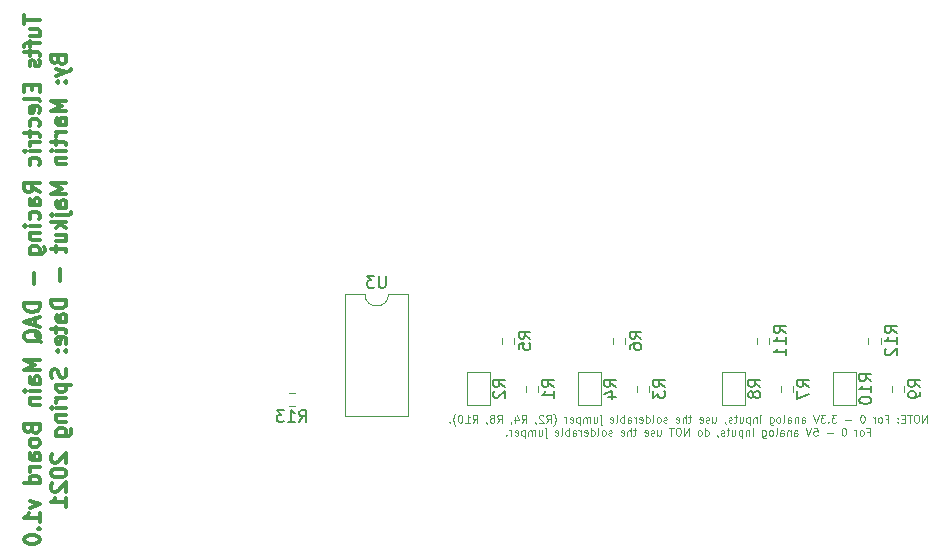
<source format=gbo>
%TF.GenerationSoftware,KiCad,Pcbnew,(5.1.9)-1*%
%TF.CreationDate,2022-01-24T01:27:23-08:00*%
%TF.ProjectId,MAIN_daq,4d41494e-5f64-4617-912e-6b696361645f,v1.0*%
%TF.SameCoordinates,Original*%
%TF.FileFunction,Legend,Bot*%
%TF.FilePolarity,Positive*%
%FSLAX46Y46*%
G04 Gerber Fmt 4.6, Leading zero omitted, Abs format (unit mm)*
G04 Created by KiCad (PCBNEW (5.1.9)-1) date 2022-01-24 01:27:23*
%MOMM*%
%LPD*%
G01*
G04 APERTURE LIST*
%ADD10C,0.125000*%
%ADD11C,0.300000*%
%ADD12C,0.120000*%
%ADD13C,0.150000*%
G04 APERTURE END LIST*
D10*
X147958928Y-117544047D02*
X147958928Y-116894047D01*
X147587500Y-117544047D01*
X147587500Y-116894047D01*
X147154166Y-116894047D02*
X147030357Y-116894047D01*
X146968452Y-116925000D01*
X146906547Y-116986904D01*
X146875595Y-117110714D01*
X146875595Y-117327380D01*
X146906547Y-117451190D01*
X146968452Y-117513095D01*
X147030357Y-117544047D01*
X147154166Y-117544047D01*
X147216071Y-117513095D01*
X147277976Y-117451190D01*
X147308928Y-117327380D01*
X147308928Y-117110714D01*
X147277976Y-116986904D01*
X147216071Y-116925000D01*
X147154166Y-116894047D01*
X146689880Y-116894047D02*
X146318452Y-116894047D01*
X146504166Y-117544047D02*
X146504166Y-116894047D01*
X146101785Y-117203571D02*
X145885119Y-117203571D01*
X145792261Y-117544047D02*
X146101785Y-117544047D01*
X146101785Y-116894047D01*
X145792261Y-116894047D01*
X145513690Y-117482142D02*
X145482738Y-117513095D01*
X145513690Y-117544047D01*
X145544642Y-117513095D01*
X145513690Y-117482142D01*
X145513690Y-117544047D01*
X145513690Y-117141666D02*
X145482738Y-117172619D01*
X145513690Y-117203571D01*
X145544642Y-117172619D01*
X145513690Y-117141666D01*
X145513690Y-117203571D01*
X144492261Y-117203571D02*
X144708928Y-117203571D01*
X144708928Y-117544047D02*
X144708928Y-116894047D01*
X144399404Y-116894047D01*
X144058928Y-117544047D02*
X144120833Y-117513095D01*
X144151785Y-117482142D01*
X144182738Y-117420238D01*
X144182738Y-117234523D01*
X144151785Y-117172619D01*
X144120833Y-117141666D01*
X144058928Y-117110714D01*
X143966071Y-117110714D01*
X143904166Y-117141666D01*
X143873214Y-117172619D01*
X143842261Y-117234523D01*
X143842261Y-117420238D01*
X143873214Y-117482142D01*
X143904166Y-117513095D01*
X143966071Y-117544047D01*
X144058928Y-117544047D01*
X143563690Y-117544047D02*
X143563690Y-117110714D01*
X143563690Y-117234523D02*
X143532738Y-117172619D01*
X143501785Y-117141666D01*
X143439880Y-117110714D01*
X143377976Y-117110714D01*
X142542261Y-116894047D02*
X142480357Y-116894047D01*
X142418452Y-116925000D01*
X142387499Y-116955952D01*
X142356547Y-117017857D01*
X142325595Y-117141666D01*
X142325595Y-117296428D01*
X142356547Y-117420238D01*
X142387499Y-117482142D01*
X142418452Y-117513095D01*
X142480357Y-117544047D01*
X142542261Y-117544047D01*
X142604166Y-117513095D01*
X142635119Y-117482142D01*
X142666071Y-117420238D01*
X142697023Y-117296428D01*
X142697023Y-117141666D01*
X142666071Y-117017857D01*
X142635119Y-116955952D01*
X142604166Y-116925000D01*
X142542261Y-116894047D01*
X141551785Y-117296428D02*
X141056547Y-117296428D01*
X140313690Y-116894047D02*
X139911309Y-116894047D01*
X140127976Y-117141666D01*
X140035119Y-117141666D01*
X139973214Y-117172619D01*
X139942261Y-117203571D01*
X139911309Y-117265476D01*
X139911309Y-117420238D01*
X139942261Y-117482142D01*
X139973214Y-117513095D01*
X140035119Y-117544047D01*
X140220833Y-117544047D01*
X140282738Y-117513095D01*
X140313690Y-117482142D01*
X139632738Y-117482142D02*
X139601785Y-117513095D01*
X139632738Y-117544047D01*
X139663690Y-117513095D01*
X139632738Y-117482142D01*
X139632738Y-117544047D01*
X139385119Y-116894047D02*
X138982738Y-116894047D01*
X139199404Y-117141666D01*
X139106547Y-117141666D01*
X139044642Y-117172619D01*
X139013690Y-117203571D01*
X138982738Y-117265476D01*
X138982738Y-117420238D01*
X139013690Y-117482142D01*
X139044642Y-117513095D01*
X139106547Y-117544047D01*
X139292261Y-117544047D01*
X139354166Y-117513095D01*
X139385119Y-117482142D01*
X138797023Y-116894047D02*
X138580357Y-117544047D01*
X138363690Y-116894047D01*
X137373214Y-117544047D02*
X137373214Y-117203571D01*
X137404166Y-117141666D01*
X137466071Y-117110714D01*
X137589880Y-117110714D01*
X137651785Y-117141666D01*
X137373214Y-117513095D02*
X137435119Y-117544047D01*
X137589880Y-117544047D01*
X137651785Y-117513095D01*
X137682738Y-117451190D01*
X137682738Y-117389285D01*
X137651785Y-117327380D01*
X137589880Y-117296428D01*
X137435119Y-117296428D01*
X137373214Y-117265476D01*
X137063690Y-117110714D02*
X137063690Y-117544047D01*
X137063690Y-117172619D02*
X137032738Y-117141666D01*
X136970833Y-117110714D01*
X136877976Y-117110714D01*
X136816071Y-117141666D01*
X136785119Y-117203571D01*
X136785119Y-117544047D01*
X136197023Y-117544047D02*
X136197023Y-117203571D01*
X136227976Y-117141666D01*
X136289880Y-117110714D01*
X136413690Y-117110714D01*
X136475595Y-117141666D01*
X136197023Y-117513095D02*
X136258928Y-117544047D01*
X136413690Y-117544047D01*
X136475595Y-117513095D01*
X136506547Y-117451190D01*
X136506547Y-117389285D01*
X136475595Y-117327380D01*
X136413690Y-117296428D01*
X136258928Y-117296428D01*
X136197023Y-117265476D01*
X135794642Y-117544047D02*
X135856547Y-117513095D01*
X135887499Y-117451190D01*
X135887499Y-116894047D01*
X135454166Y-117544047D02*
X135516071Y-117513095D01*
X135547023Y-117482142D01*
X135577976Y-117420238D01*
X135577976Y-117234523D01*
X135547023Y-117172619D01*
X135516071Y-117141666D01*
X135454166Y-117110714D01*
X135361309Y-117110714D01*
X135299404Y-117141666D01*
X135268452Y-117172619D01*
X135237499Y-117234523D01*
X135237499Y-117420238D01*
X135268452Y-117482142D01*
X135299404Y-117513095D01*
X135361309Y-117544047D01*
X135454166Y-117544047D01*
X134680357Y-117110714D02*
X134680357Y-117636904D01*
X134711309Y-117698809D01*
X134742261Y-117729761D01*
X134804166Y-117760714D01*
X134897023Y-117760714D01*
X134958928Y-117729761D01*
X134680357Y-117513095D02*
X134742261Y-117544047D01*
X134866071Y-117544047D01*
X134927976Y-117513095D01*
X134958928Y-117482142D01*
X134989880Y-117420238D01*
X134989880Y-117234523D01*
X134958928Y-117172619D01*
X134927976Y-117141666D01*
X134866071Y-117110714D01*
X134742261Y-117110714D01*
X134680357Y-117141666D01*
X133875595Y-117544047D02*
X133875595Y-117110714D01*
X133875595Y-116894047D02*
X133906547Y-116925000D01*
X133875595Y-116955952D01*
X133844642Y-116925000D01*
X133875595Y-116894047D01*
X133875595Y-116955952D01*
X133566071Y-117110714D02*
X133566071Y-117544047D01*
X133566071Y-117172619D02*
X133535119Y-117141666D01*
X133473214Y-117110714D01*
X133380357Y-117110714D01*
X133318452Y-117141666D01*
X133287499Y-117203571D01*
X133287499Y-117544047D01*
X132977976Y-117110714D02*
X132977976Y-117760714D01*
X132977976Y-117141666D02*
X132916071Y-117110714D01*
X132792261Y-117110714D01*
X132730357Y-117141666D01*
X132699404Y-117172619D01*
X132668452Y-117234523D01*
X132668452Y-117420238D01*
X132699404Y-117482142D01*
X132730357Y-117513095D01*
X132792261Y-117544047D01*
X132916071Y-117544047D01*
X132977976Y-117513095D01*
X132111309Y-117110714D02*
X132111309Y-117544047D01*
X132389880Y-117110714D02*
X132389880Y-117451190D01*
X132358928Y-117513095D01*
X132297023Y-117544047D01*
X132204166Y-117544047D01*
X132142261Y-117513095D01*
X132111309Y-117482142D01*
X131894642Y-117110714D02*
X131647023Y-117110714D01*
X131801785Y-116894047D02*
X131801785Y-117451190D01*
X131770833Y-117513095D01*
X131708928Y-117544047D01*
X131647023Y-117544047D01*
X131461309Y-117513095D02*
X131399404Y-117544047D01*
X131275595Y-117544047D01*
X131213690Y-117513095D01*
X131182738Y-117451190D01*
X131182738Y-117420238D01*
X131213690Y-117358333D01*
X131275595Y-117327380D01*
X131368452Y-117327380D01*
X131430357Y-117296428D01*
X131461309Y-117234523D01*
X131461309Y-117203571D01*
X131430357Y-117141666D01*
X131368452Y-117110714D01*
X131275595Y-117110714D01*
X131213690Y-117141666D01*
X130873214Y-117513095D02*
X130873214Y-117544047D01*
X130904166Y-117605952D01*
X130935119Y-117636904D01*
X129820833Y-117110714D02*
X129820833Y-117544047D01*
X130099404Y-117110714D02*
X130099404Y-117451190D01*
X130068452Y-117513095D01*
X130006547Y-117544047D01*
X129913690Y-117544047D01*
X129851785Y-117513095D01*
X129820833Y-117482142D01*
X129542261Y-117513095D02*
X129480357Y-117544047D01*
X129356547Y-117544047D01*
X129294642Y-117513095D01*
X129263690Y-117451190D01*
X129263690Y-117420238D01*
X129294642Y-117358333D01*
X129356547Y-117327380D01*
X129449404Y-117327380D01*
X129511309Y-117296428D01*
X129542261Y-117234523D01*
X129542261Y-117203571D01*
X129511309Y-117141666D01*
X129449404Y-117110714D01*
X129356547Y-117110714D01*
X129294642Y-117141666D01*
X128737499Y-117513095D02*
X128799404Y-117544047D01*
X128923214Y-117544047D01*
X128985119Y-117513095D01*
X129016071Y-117451190D01*
X129016071Y-117203571D01*
X128985119Y-117141666D01*
X128923214Y-117110714D01*
X128799404Y-117110714D01*
X128737499Y-117141666D01*
X128706547Y-117203571D01*
X128706547Y-117265476D01*
X129016071Y-117327380D01*
X128025595Y-117110714D02*
X127777976Y-117110714D01*
X127932738Y-116894047D02*
X127932738Y-117451190D01*
X127901785Y-117513095D01*
X127839880Y-117544047D01*
X127777976Y-117544047D01*
X127561309Y-117544047D02*
X127561309Y-116894047D01*
X127282738Y-117544047D02*
X127282738Y-117203571D01*
X127313690Y-117141666D01*
X127375595Y-117110714D01*
X127468452Y-117110714D01*
X127530357Y-117141666D01*
X127561309Y-117172619D01*
X126725595Y-117513095D02*
X126787499Y-117544047D01*
X126911309Y-117544047D01*
X126973214Y-117513095D01*
X127004166Y-117451190D01*
X127004166Y-117203571D01*
X126973214Y-117141666D01*
X126911309Y-117110714D01*
X126787499Y-117110714D01*
X126725595Y-117141666D01*
X126694642Y-117203571D01*
X126694642Y-117265476D01*
X127004166Y-117327380D01*
X125951785Y-117513095D02*
X125889880Y-117544047D01*
X125766071Y-117544047D01*
X125704166Y-117513095D01*
X125673214Y-117451190D01*
X125673214Y-117420238D01*
X125704166Y-117358333D01*
X125766071Y-117327380D01*
X125858928Y-117327380D01*
X125920833Y-117296428D01*
X125951785Y-117234523D01*
X125951785Y-117203571D01*
X125920833Y-117141666D01*
X125858928Y-117110714D01*
X125766071Y-117110714D01*
X125704166Y-117141666D01*
X125301785Y-117544047D02*
X125363690Y-117513095D01*
X125394642Y-117482142D01*
X125425595Y-117420238D01*
X125425595Y-117234523D01*
X125394642Y-117172619D01*
X125363690Y-117141666D01*
X125301785Y-117110714D01*
X125208928Y-117110714D01*
X125147023Y-117141666D01*
X125116071Y-117172619D01*
X125085119Y-117234523D01*
X125085119Y-117420238D01*
X125116071Y-117482142D01*
X125147023Y-117513095D01*
X125208928Y-117544047D01*
X125301785Y-117544047D01*
X124713690Y-117544047D02*
X124775595Y-117513095D01*
X124806547Y-117451190D01*
X124806547Y-116894047D01*
X124187499Y-117544047D02*
X124187499Y-116894047D01*
X124187499Y-117513095D02*
X124249404Y-117544047D01*
X124373214Y-117544047D01*
X124435119Y-117513095D01*
X124466071Y-117482142D01*
X124497023Y-117420238D01*
X124497023Y-117234523D01*
X124466071Y-117172619D01*
X124435119Y-117141666D01*
X124373214Y-117110714D01*
X124249404Y-117110714D01*
X124187499Y-117141666D01*
X123630357Y-117513095D02*
X123692261Y-117544047D01*
X123816071Y-117544047D01*
X123877976Y-117513095D01*
X123908928Y-117451190D01*
X123908928Y-117203571D01*
X123877976Y-117141666D01*
X123816071Y-117110714D01*
X123692261Y-117110714D01*
X123630357Y-117141666D01*
X123599404Y-117203571D01*
X123599404Y-117265476D01*
X123908928Y-117327380D01*
X123320833Y-117544047D02*
X123320833Y-117110714D01*
X123320833Y-117234523D02*
X123289880Y-117172619D01*
X123258928Y-117141666D01*
X123197023Y-117110714D01*
X123135119Y-117110714D01*
X122639880Y-117544047D02*
X122639880Y-117203571D01*
X122670833Y-117141666D01*
X122732738Y-117110714D01*
X122856547Y-117110714D01*
X122918452Y-117141666D01*
X122639880Y-117513095D02*
X122701785Y-117544047D01*
X122856547Y-117544047D01*
X122918452Y-117513095D01*
X122949404Y-117451190D01*
X122949404Y-117389285D01*
X122918452Y-117327380D01*
X122856547Y-117296428D01*
X122701785Y-117296428D01*
X122639880Y-117265476D01*
X122330357Y-117544047D02*
X122330357Y-116894047D01*
X122330357Y-117141666D02*
X122268452Y-117110714D01*
X122144642Y-117110714D01*
X122082738Y-117141666D01*
X122051785Y-117172619D01*
X122020833Y-117234523D01*
X122020833Y-117420238D01*
X122051785Y-117482142D01*
X122082738Y-117513095D01*
X122144642Y-117544047D01*
X122268452Y-117544047D01*
X122330357Y-117513095D01*
X121649404Y-117544047D02*
X121711309Y-117513095D01*
X121742261Y-117451190D01*
X121742261Y-116894047D01*
X121154166Y-117513095D02*
X121216071Y-117544047D01*
X121339880Y-117544047D01*
X121401785Y-117513095D01*
X121432738Y-117451190D01*
X121432738Y-117203571D01*
X121401785Y-117141666D01*
X121339880Y-117110714D01*
X121216071Y-117110714D01*
X121154166Y-117141666D01*
X121123214Y-117203571D01*
X121123214Y-117265476D01*
X121432738Y-117327380D01*
X120349404Y-117110714D02*
X120349404Y-117667857D01*
X120380357Y-117729761D01*
X120442261Y-117760714D01*
X120473214Y-117760714D01*
X120349404Y-116894047D02*
X120380357Y-116925000D01*
X120349404Y-116955952D01*
X120318452Y-116925000D01*
X120349404Y-116894047D01*
X120349404Y-116955952D01*
X119761309Y-117110714D02*
X119761309Y-117544047D01*
X120039880Y-117110714D02*
X120039880Y-117451190D01*
X120008928Y-117513095D01*
X119947023Y-117544047D01*
X119854166Y-117544047D01*
X119792261Y-117513095D01*
X119761309Y-117482142D01*
X119451785Y-117544047D02*
X119451785Y-117110714D01*
X119451785Y-117172619D02*
X119420833Y-117141666D01*
X119358928Y-117110714D01*
X119266071Y-117110714D01*
X119204166Y-117141666D01*
X119173214Y-117203571D01*
X119173214Y-117544047D01*
X119173214Y-117203571D02*
X119142261Y-117141666D01*
X119080357Y-117110714D01*
X118987499Y-117110714D01*
X118925595Y-117141666D01*
X118894642Y-117203571D01*
X118894642Y-117544047D01*
X118585119Y-117110714D02*
X118585119Y-117760714D01*
X118585119Y-117141666D02*
X118523214Y-117110714D01*
X118399404Y-117110714D01*
X118337499Y-117141666D01*
X118306547Y-117172619D01*
X118275595Y-117234523D01*
X118275595Y-117420238D01*
X118306547Y-117482142D01*
X118337499Y-117513095D01*
X118399404Y-117544047D01*
X118523214Y-117544047D01*
X118585119Y-117513095D01*
X117749404Y-117513095D02*
X117811309Y-117544047D01*
X117935119Y-117544047D01*
X117997023Y-117513095D01*
X118027976Y-117451190D01*
X118027976Y-117203571D01*
X117997023Y-117141666D01*
X117935119Y-117110714D01*
X117811309Y-117110714D01*
X117749404Y-117141666D01*
X117718452Y-117203571D01*
X117718452Y-117265476D01*
X118027976Y-117327380D01*
X117439880Y-117544047D02*
X117439880Y-117110714D01*
X117439880Y-117234523D02*
X117408928Y-117172619D01*
X117377976Y-117141666D01*
X117316071Y-117110714D01*
X117254166Y-117110714D01*
X116356547Y-117791666D02*
X116387499Y-117760714D01*
X116449404Y-117667857D01*
X116480357Y-117605952D01*
X116511309Y-117513095D01*
X116542261Y-117358333D01*
X116542261Y-117234523D01*
X116511309Y-117079761D01*
X116480357Y-116986904D01*
X116449404Y-116925000D01*
X116387499Y-116832142D01*
X116356547Y-116801190D01*
X115737499Y-117544047D02*
X115954166Y-117234523D01*
X116108928Y-117544047D02*
X116108928Y-116894047D01*
X115861309Y-116894047D01*
X115799404Y-116925000D01*
X115768452Y-116955952D01*
X115737499Y-117017857D01*
X115737499Y-117110714D01*
X115768452Y-117172619D01*
X115799404Y-117203571D01*
X115861309Y-117234523D01*
X116108928Y-117234523D01*
X115489880Y-116955952D02*
X115458928Y-116925000D01*
X115397023Y-116894047D01*
X115242261Y-116894047D01*
X115180357Y-116925000D01*
X115149404Y-116955952D01*
X115118452Y-117017857D01*
X115118452Y-117079761D01*
X115149404Y-117172619D01*
X115520833Y-117544047D01*
X115118452Y-117544047D01*
X114808928Y-117513095D02*
X114808928Y-117544047D01*
X114839880Y-117605952D01*
X114870833Y-117636904D01*
X113663690Y-117544047D02*
X113880357Y-117234523D01*
X114035119Y-117544047D02*
X114035119Y-116894047D01*
X113787499Y-116894047D01*
X113725595Y-116925000D01*
X113694642Y-116955952D01*
X113663690Y-117017857D01*
X113663690Y-117110714D01*
X113694642Y-117172619D01*
X113725595Y-117203571D01*
X113787499Y-117234523D01*
X114035119Y-117234523D01*
X113106547Y-117110714D02*
X113106547Y-117544047D01*
X113261309Y-116863095D02*
X113416071Y-117327380D01*
X113013690Y-117327380D01*
X112735119Y-117513095D02*
X112735119Y-117544047D01*
X112766071Y-117605952D01*
X112797023Y-117636904D01*
X111589880Y-117544047D02*
X111806547Y-117234523D01*
X111961309Y-117544047D02*
X111961309Y-116894047D01*
X111713690Y-116894047D01*
X111651785Y-116925000D01*
X111620833Y-116955952D01*
X111589880Y-117017857D01*
X111589880Y-117110714D01*
X111620833Y-117172619D01*
X111651785Y-117203571D01*
X111713690Y-117234523D01*
X111961309Y-117234523D01*
X111218452Y-117172619D02*
X111280357Y-117141666D01*
X111311309Y-117110714D01*
X111342261Y-117048809D01*
X111342261Y-117017857D01*
X111311309Y-116955952D01*
X111280357Y-116925000D01*
X111218452Y-116894047D01*
X111094642Y-116894047D01*
X111032738Y-116925000D01*
X111001785Y-116955952D01*
X110970833Y-117017857D01*
X110970833Y-117048809D01*
X111001785Y-117110714D01*
X111032738Y-117141666D01*
X111094642Y-117172619D01*
X111218452Y-117172619D01*
X111280357Y-117203571D01*
X111311309Y-117234523D01*
X111342261Y-117296428D01*
X111342261Y-117420238D01*
X111311309Y-117482142D01*
X111280357Y-117513095D01*
X111218452Y-117544047D01*
X111094642Y-117544047D01*
X111032738Y-117513095D01*
X111001785Y-117482142D01*
X110970833Y-117420238D01*
X110970833Y-117296428D01*
X111001785Y-117234523D01*
X111032738Y-117203571D01*
X111094642Y-117172619D01*
X110661309Y-117513095D02*
X110661309Y-117544047D01*
X110692261Y-117605952D01*
X110723214Y-117636904D01*
X109516071Y-117544047D02*
X109732738Y-117234523D01*
X109887499Y-117544047D02*
X109887499Y-116894047D01*
X109639880Y-116894047D01*
X109577976Y-116925000D01*
X109547023Y-116955952D01*
X109516071Y-117017857D01*
X109516071Y-117110714D01*
X109547023Y-117172619D01*
X109577976Y-117203571D01*
X109639880Y-117234523D01*
X109887499Y-117234523D01*
X108897023Y-117544047D02*
X109268452Y-117544047D01*
X109082738Y-117544047D02*
X109082738Y-116894047D01*
X109144642Y-116986904D01*
X109206547Y-117048809D01*
X109268452Y-117079761D01*
X108494642Y-116894047D02*
X108432738Y-116894047D01*
X108370833Y-116925000D01*
X108339880Y-116955952D01*
X108308928Y-117017857D01*
X108277976Y-117141666D01*
X108277976Y-117296428D01*
X108308928Y-117420238D01*
X108339880Y-117482142D01*
X108370833Y-117513095D01*
X108432738Y-117544047D01*
X108494642Y-117544047D01*
X108556547Y-117513095D01*
X108587499Y-117482142D01*
X108618452Y-117420238D01*
X108649404Y-117296428D01*
X108649404Y-117141666D01*
X108618452Y-117017857D01*
X108587499Y-116955952D01*
X108556547Y-116925000D01*
X108494642Y-116894047D01*
X108061309Y-117791666D02*
X108030357Y-117760714D01*
X107968452Y-117667857D01*
X107937499Y-117605952D01*
X107906547Y-117513095D01*
X107875595Y-117358333D01*
X107875595Y-117234523D01*
X107906547Y-117079761D01*
X107937499Y-116986904D01*
X107968452Y-116925000D01*
X108030357Y-116832142D01*
X108061309Y-116801190D01*
X107566071Y-117482142D02*
X107535119Y-117513095D01*
X107566071Y-117544047D01*
X107597023Y-117513095D01*
X107566071Y-117482142D01*
X107566071Y-117544047D01*
X142929166Y-118303571D02*
X143145833Y-118303571D01*
X143145833Y-118644047D02*
X143145833Y-117994047D01*
X142836309Y-117994047D01*
X142495833Y-118644047D02*
X142557738Y-118613095D01*
X142588690Y-118582142D01*
X142619642Y-118520238D01*
X142619642Y-118334523D01*
X142588690Y-118272619D01*
X142557738Y-118241666D01*
X142495833Y-118210714D01*
X142402976Y-118210714D01*
X142341071Y-118241666D01*
X142310119Y-118272619D01*
X142279166Y-118334523D01*
X142279166Y-118520238D01*
X142310119Y-118582142D01*
X142341071Y-118613095D01*
X142402976Y-118644047D01*
X142495833Y-118644047D01*
X142000595Y-118644047D02*
X142000595Y-118210714D01*
X142000595Y-118334523D02*
X141969642Y-118272619D01*
X141938690Y-118241666D01*
X141876785Y-118210714D01*
X141814880Y-118210714D01*
X140979166Y-117994047D02*
X140917261Y-117994047D01*
X140855357Y-118025000D01*
X140824404Y-118055952D01*
X140793452Y-118117857D01*
X140762500Y-118241666D01*
X140762500Y-118396428D01*
X140793452Y-118520238D01*
X140824404Y-118582142D01*
X140855357Y-118613095D01*
X140917261Y-118644047D01*
X140979166Y-118644047D01*
X141041071Y-118613095D01*
X141072023Y-118582142D01*
X141102976Y-118520238D01*
X141133928Y-118396428D01*
X141133928Y-118241666D01*
X141102976Y-118117857D01*
X141072023Y-118055952D01*
X141041071Y-118025000D01*
X140979166Y-117994047D01*
X139988690Y-118396428D02*
X139493452Y-118396428D01*
X138379166Y-117994047D02*
X138688690Y-117994047D01*
X138719642Y-118303571D01*
X138688690Y-118272619D01*
X138626785Y-118241666D01*
X138472023Y-118241666D01*
X138410119Y-118272619D01*
X138379166Y-118303571D01*
X138348214Y-118365476D01*
X138348214Y-118520238D01*
X138379166Y-118582142D01*
X138410119Y-118613095D01*
X138472023Y-118644047D01*
X138626785Y-118644047D01*
X138688690Y-118613095D01*
X138719642Y-118582142D01*
X138162500Y-117994047D02*
X137945833Y-118644047D01*
X137729166Y-117994047D01*
X136738690Y-118644047D02*
X136738690Y-118303571D01*
X136769642Y-118241666D01*
X136831547Y-118210714D01*
X136955357Y-118210714D01*
X137017261Y-118241666D01*
X136738690Y-118613095D02*
X136800595Y-118644047D01*
X136955357Y-118644047D01*
X137017261Y-118613095D01*
X137048214Y-118551190D01*
X137048214Y-118489285D01*
X137017261Y-118427380D01*
X136955357Y-118396428D01*
X136800595Y-118396428D01*
X136738690Y-118365476D01*
X136429166Y-118210714D02*
X136429166Y-118644047D01*
X136429166Y-118272619D02*
X136398214Y-118241666D01*
X136336309Y-118210714D01*
X136243452Y-118210714D01*
X136181547Y-118241666D01*
X136150595Y-118303571D01*
X136150595Y-118644047D01*
X135562500Y-118644047D02*
X135562500Y-118303571D01*
X135593452Y-118241666D01*
X135655357Y-118210714D01*
X135779166Y-118210714D01*
X135841071Y-118241666D01*
X135562500Y-118613095D02*
X135624404Y-118644047D01*
X135779166Y-118644047D01*
X135841071Y-118613095D01*
X135872023Y-118551190D01*
X135872023Y-118489285D01*
X135841071Y-118427380D01*
X135779166Y-118396428D01*
X135624404Y-118396428D01*
X135562500Y-118365476D01*
X135160119Y-118644047D02*
X135222023Y-118613095D01*
X135252976Y-118551190D01*
X135252976Y-117994047D01*
X134819642Y-118644047D02*
X134881547Y-118613095D01*
X134912500Y-118582142D01*
X134943452Y-118520238D01*
X134943452Y-118334523D01*
X134912500Y-118272619D01*
X134881547Y-118241666D01*
X134819642Y-118210714D01*
X134726785Y-118210714D01*
X134664880Y-118241666D01*
X134633928Y-118272619D01*
X134602976Y-118334523D01*
X134602976Y-118520238D01*
X134633928Y-118582142D01*
X134664880Y-118613095D01*
X134726785Y-118644047D01*
X134819642Y-118644047D01*
X134045833Y-118210714D02*
X134045833Y-118736904D01*
X134076785Y-118798809D01*
X134107738Y-118829761D01*
X134169642Y-118860714D01*
X134262499Y-118860714D01*
X134324404Y-118829761D01*
X134045833Y-118613095D02*
X134107738Y-118644047D01*
X134231547Y-118644047D01*
X134293452Y-118613095D01*
X134324404Y-118582142D01*
X134355357Y-118520238D01*
X134355357Y-118334523D01*
X134324404Y-118272619D01*
X134293452Y-118241666D01*
X134231547Y-118210714D01*
X134107738Y-118210714D01*
X134045833Y-118241666D01*
X133241071Y-118644047D02*
X133241071Y-118210714D01*
X133241071Y-117994047D02*
X133272023Y-118025000D01*
X133241071Y-118055952D01*
X133210119Y-118025000D01*
X133241071Y-117994047D01*
X133241071Y-118055952D01*
X132931547Y-118210714D02*
X132931547Y-118644047D01*
X132931547Y-118272619D02*
X132900595Y-118241666D01*
X132838690Y-118210714D01*
X132745833Y-118210714D01*
X132683928Y-118241666D01*
X132652976Y-118303571D01*
X132652976Y-118644047D01*
X132343452Y-118210714D02*
X132343452Y-118860714D01*
X132343452Y-118241666D02*
X132281547Y-118210714D01*
X132157738Y-118210714D01*
X132095833Y-118241666D01*
X132064880Y-118272619D01*
X132033928Y-118334523D01*
X132033928Y-118520238D01*
X132064880Y-118582142D01*
X132095833Y-118613095D01*
X132157738Y-118644047D01*
X132281547Y-118644047D01*
X132343452Y-118613095D01*
X131476785Y-118210714D02*
X131476785Y-118644047D01*
X131755357Y-118210714D02*
X131755357Y-118551190D01*
X131724404Y-118613095D01*
X131662499Y-118644047D01*
X131569642Y-118644047D01*
X131507738Y-118613095D01*
X131476785Y-118582142D01*
X131260119Y-118210714D02*
X131012499Y-118210714D01*
X131167261Y-117994047D02*
X131167261Y-118551190D01*
X131136309Y-118613095D01*
X131074404Y-118644047D01*
X131012499Y-118644047D01*
X130826785Y-118613095D02*
X130764880Y-118644047D01*
X130641071Y-118644047D01*
X130579166Y-118613095D01*
X130548214Y-118551190D01*
X130548214Y-118520238D01*
X130579166Y-118458333D01*
X130641071Y-118427380D01*
X130733928Y-118427380D01*
X130795833Y-118396428D01*
X130826785Y-118334523D01*
X130826785Y-118303571D01*
X130795833Y-118241666D01*
X130733928Y-118210714D01*
X130641071Y-118210714D01*
X130579166Y-118241666D01*
X130238690Y-118613095D02*
X130238690Y-118644047D01*
X130269642Y-118705952D01*
X130300595Y-118736904D01*
X129186309Y-118644047D02*
X129186309Y-117994047D01*
X129186309Y-118613095D02*
X129248214Y-118644047D01*
X129372023Y-118644047D01*
X129433928Y-118613095D01*
X129464880Y-118582142D01*
X129495833Y-118520238D01*
X129495833Y-118334523D01*
X129464880Y-118272619D01*
X129433928Y-118241666D01*
X129372023Y-118210714D01*
X129248214Y-118210714D01*
X129186309Y-118241666D01*
X128783928Y-118644047D02*
X128845833Y-118613095D01*
X128876785Y-118582142D01*
X128907738Y-118520238D01*
X128907738Y-118334523D01*
X128876785Y-118272619D01*
X128845833Y-118241666D01*
X128783928Y-118210714D01*
X128691071Y-118210714D01*
X128629166Y-118241666D01*
X128598214Y-118272619D01*
X128567261Y-118334523D01*
X128567261Y-118520238D01*
X128598214Y-118582142D01*
X128629166Y-118613095D01*
X128691071Y-118644047D01*
X128783928Y-118644047D01*
X127793452Y-118644047D02*
X127793452Y-117994047D01*
X127422023Y-118644047D01*
X127422023Y-117994047D01*
X126988690Y-117994047D02*
X126864880Y-117994047D01*
X126802976Y-118025000D01*
X126741071Y-118086904D01*
X126710119Y-118210714D01*
X126710119Y-118427380D01*
X126741071Y-118551190D01*
X126802976Y-118613095D01*
X126864880Y-118644047D01*
X126988690Y-118644047D01*
X127050595Y-118613095D01*
X127112499Y-118551190D01*
X127143452Y-118427380D01*
X127143452Y-118210714D01*
X127112499Y-118086904D01*
X127050595Y-118025000D01*
X126988690Y-117994047D01*
X126524404Y-117994047D02*
X126152976Y-117994047D01*
X126338690Y-118644047D02*
X126338690Y-117994047D01*
X125162499Y-118210714D02*
X125162499Y-118644047D01*
X125441071Y-118210714D02*
X125441071Y-118551190D01*
X125410119Y-118613095D01*
X125348214Y-118644047D01*
X125255357Y-118644047D01*
X125193452Y-118613095D01*
X125162499Y-118582142D01*
X124883928Y-118613095D02*
X124822023Y-118644047D01*
X124698214Y-118644047D01*
X124636309Y-118613095D01*
X124605357Y-118551190D01*
X124605357Y-118520238D01*
X124636309Y-118458333D01*
X124698214Y-118427380D01*
X124791071Y-118427380D01*
X124852976Y-118396428D01*
X124883928Y-118334523D01*
X124883928Y-118303571D01*
X124852976Y-118241666D01*
X124791071Y-118210714D01*
X124698214Y-118210714D01*
X124636309Y-118241666D01*
X124079166Y-118613095D02*
X124141071Y-118644047D01*
X124264880Y-118644047D01*
X124326785Y-118613095D01*
X124357738Y-118551190D01*
X124357738Y-118303571D01*
X124326785Y-118241666D01*
X124264880Y-118210714D01*
X124141071Y-118210714D01*
X124079166Y-118241666D01*
X124048214Y-118303571D01*
X124048214Y-118365476D01*
X124357738Y-118427380D01*
X123367261Y-118210714D02*
X123119642Y-118210714D01*
X123274404Y-117994047D02*
X123274404Y-118551190D01*
X123243452Y-118613095D01*
X123181547Y-118644047D01*
X123119642Y-118644047D01*
X122902976Y-118644047D02*
X122902976Y-117994047D01*
X122624404Y-118644047D02*
X122624404Y-118303571D01*
X122655357Y-118241666D01*
X122717261Y-118210714D01*
X122810119Y-118210714D01*
X122872023Y-118241666D01*
X122902976Y-118272619D01*
X122067261Y-118613095D02*
X122129166Y-118644047D01*
X122252976Y-118644047D01*
X122314880Y-118613095D01*
X122345833Y-118551190D01*
X122345833Y-118303571D01*
X122314880Y-118241666D01*
X122252976Y-118210714D01*
X122129166Y-118210714D01*
X122067261Y-118241666D01*
X122036309Y-118303571D01*
X122036309Y-118365476D01*
X122345833Y-118427380D01*
X121293452Y-118613095D02*
X121231547Y-118644047D01*
X121107738Y-118644047D01*
X121045833Y-118613095D01*
X121014880Y-118551190D01*
X121014880Y-118520238D01*
X121045833Y-118458333D01*
X121107738Y-118427380D01*
X121200595Y-118427380D01*
X121262499Y-118396428D01*
X121293452Y-118334523D01*
X121293452Y-118303571D01*
X121262499Y-118241666D01*
X121200595Y-118210714D01*
X121107738Y-118210714D01*
X121045833Y-118241666D01*
X120643452Y-118644047D02*
X120705357Y-118613095D01*
X120736309Y-118582142D01*
X120767261Y-118520238D01*
X120767261Y-118334523D01*
X120736309Y-118272619D01*
X120705357Y-118241666D01*
X120643452Y-118210714D01*
X120550595Y-118210714D01*
X120488690Y-118241666D01*
X120457738Y-118272619D01*
X120426785Y-118334523D01*
X120426785Y-118520238D01*
X120457738Y-118582142D01*
X120488690Y-118613095D01*
X120550595Y-118644047D01*
X120643452Y-118644047D01*
X120055357Y-118644047D02*
X120117261Y-118613095D01*
X120148214Y-118551190D01*
X120148214Y-117994047D01*
X119529166Y-118644047D02*
X119529166Y-117994047D01*
X119529166Y-118613095D02*
X119591071Y-118644047D01*
X119714880Y-118644047D01*
X119776785Y-118613095D01*
X119807738Y-118582142D01*
X119838690Y-118520238D01*
X119838690Y-118334523D01*
X119807738Y-118272619D01*
X119776785Y-118241666D01*
X119714880Y-118210714D01*
X119591071Y-118210714D01*
X119529166Y-118241666D01*
X118972023Y-118613095D02*
X119033928Y-118644047D01*
X119157738Y-118644047D01*
X119219642Y-118613095D01*
X119250595Y-118551190D01*
X119250595Y-118303571D01*
X119219642Y-118241666D01*
X119157738Y-118210714D01*
X119033928Y-118210714D01*
X118972023Y-118241666D01*
X118941071Y-118303571D01*
X118941071Y-118365476D01*
X119250595Y-118427380D01*
X118662499Y-118644047D02*
X118662499Y-118210714D01*
X118662499Y-118334523D02*
X118631547Y-118272619D01*
X118600595Y-118241666D01*
X118538690Y-118210714D01*
X118476785Y-118210714D01*
X117981547Y-118644047D02*
X117981547Y-118303571D01*
X118012499Y-118241666D01*
X118074404Y-118210714D01*
X118198214Y-118210714D01*
X118260119Y-118241666D01*
X117981547Y-118613095D02*
X118043452Y-118644047D01*
X118198214Y-118644047D01*
X118260119Y-118613095D01*
X118291071Y-118551190D01*
X118291071Y-118489285D01*
X118260119Y-118427380D01*
X118198214Y-118396428D01*
X118043452Y-118396428D01*
X117981547Y-118365476D01*
X117672023Y-118644047D02*
X117672023Y-117994047D01*
X117672023Y-118241666D02*
X117610119Y-118210714D01*
X117486309Y-118210714D01*
X117424404Y-118241666D01*
X117393452Y-118272619D01*
X117362499Y-118334523D01*
X117362499Y-118520238D01*
X117393452Y-118582142D01*
X117424404Y-118613095D01*
X117486309Y-118644047D01*
X117610119Y-118644047D01*
X117672023Y-118613095D01*
X116991071Y-118644047D02*
X117052976Y-118613095D01*
X117083928Y-118551190D01*
X117083928Y-117994047D01*
X116495833Y-118613095D02*
X116557738Y-118644047D01*
X116681547Y-118644047D01*
X116743452Y-118613095D01*
X116774404Y-118551190D01*
X116774404Y-118303571D01*
X116743452Y-118241666D01*
X116681547Y-118210714D01*
X116557738Y-118210714D01*
X116495833Y-118241666D01*
X116464880Y-118303571D01*
X116464880Y-118365476D01*
X116774404Y-118427380D01*
X115691071Y-118210714D02*
X115691071Y-118767857D01*
X115722023Y-118829761D01*
X115783928Y-118860714D01*
X115814880Y-118860714D01*
X115691071Y-117994047D02*
X115722023Y-118025000D01*
X115691071Y-118055952D01*
X115660119Y-118025000D01*
X115691071Y-117994047D01*
X115691071Y-118055952D01*
X115102976Y-118210714D02*
X115102976Y-118644047D01*
X115381547Y-118210714D02*
X115381547Y-118551190D01*
X115350595Y-118613095D01*
X115288690Y-118644047D01*
X115195833Y-118644047D01*
X115133928Y-118613095D01*
X115102976Y-118582142D01*
X114793452Y-118644047D02*
X114793452Y-118210714D01*
X114793452Y-118272619D02*
X114762499Y-118241666D01*
X114700595Y-118210714D01*
X114607738Y-118210714D01*
X114545833Y-118241666D01*
X114514880Y-118303571D01*
X114514880Y-118644047D01*
X114514880Y-118303571D02*
X114483928Y-118241666D01*
X114422023Y-118210714D01*
X114329166Y-118210714D01*
X114267261Y-118241666D01*
X114236309Y-118303571D01*
X114236309Y-118644047D01*
X113926785Y-118210714D02*
X113926785Y-118860714D01*
X113926785Y-118241666D02*
X113864880Y-118210714D01*
X113741071Y-118210714D01*
X113679166Y-118241666D01*
X113648214Y-118272619D01*
X113617261Y-118334523D01*
X113617261Y-118520238D01*
X113648214Y-118582142D01*
X113679166Y-118613095D01*
X113741071Y-118644047D01*
X113864880Y-118644047D01*
X113926785Y-118613095D01*
X113091071Y-118613095D02*
X113152976Y-118644047D01*
X113276785Y-118644047D01*
X113338690Y-118613095D01*
X113369642Y-118551190D01*
X113369642Y-118303571D01*
X113338690Y-118241666D01*
X113276785Y-118210714D01*
X113152976Y-118210714D01*
X113091071Y-118241666D01*
X113060119Y-118303571D01*
X113060119Y-118365476D01*
X113369642Y-118427380D01*
X112781547Y-118644047D02*
X112781547Y-118210714D01*
X112781547Y-118334523D02*
X112750595Y-118272619D01*
X112719642Y-118241666D01*
X112657738Y-118210714D01*
X112595833Y-118210714D01*
X112379166Y-118582142D02*
X112348214Y-118613095D01*
X112379166Y-118644047D01*
X112410119Y-118613095D01*
X112379166Y-118582142D01*
X112379166Y-118644047D01*
D11*
X71563095Y-83059523D02*
X71563095Y-83802380D01*
X72863095Y-83430952D02*
X71563095Y-83430952D01*
X71996428Y-84792857D02*
X72863095Y-84792857D01*
X71996428Y-84235714D02*
X72677380Y-84235714D01*
X72801190Y-84297619D01*
X72863095Y-84421428D01*
X72863095Y-84607142D01*
X72801190Y-84730952D01*
X72739285Y-84792857D01*
X71996428Y-85226190D02*
X71996428Y-85721428D01*
X72863095Y-85411904D02*
X71748809Y-85411904D01*
X71625000Y-85473809D01*
X71563095Y-85597619D01*
X71563095Y-85721428D01*
X71996428Y-85969047D02*
X71996428Y-86464285D01*
X71563095Y-86154761D02*
X72677380Y-86154761D01*
X72801190Y-86216666D01*
X72863095Y-86340476D01*
X72863095Y-86464285D01*
X72801190Y-86835714D02*
X72863095Y-86959523D01*
X72863095Y-87207142D01*
X72801190Y-87330952D01*
X72677380Y-87392857D01*
X72615476Y-87392857D01*
X72491666Y-87330952D01*
X72429761Y-87207142D01*
X72429761Y-87021428D01*
X72367857Y-86897619D01*
X72244047Y-86835714D01*
X72182142Y-86835714D01*
X72058333Y-86897619D01*
X71996428Y-87021428D01*
X71996428Y-87207142D01*
X72058333Y-87330952D01*
X72182142Y-88940476D02*
X72182142Y-89373809D01*
X72863095Y-89559523D02*
X72863095Y-88940476D01*
X71563095Y-88940476D01*
X71563095Y-89559523D01*
X72863095Y-90302380D02*
X72801190Y-90178571D01*
X72677380Y-90116666D01*
X71563095Y-90116666D01*
X72801190Y-91292857D02*
X72863095Y-91169047D01*
X72863095Y-90921428D01*
X72801190Y-90797619D01*
X72677380Y-90735714D01*
X72182142Y-90735714D01*
X72058333Y-90797619D01*
X71996428Y-90921428D01*
X71996428Y-91169047D01*
X72058333Y-91292857D01*
X72182142Y-91354761D01*
X72305952Y-91354761D01*
X72429761Y-90735714D01*
X72801190Y-92469047D02*
X72863095Y-92345238D01*
X72863095Y-92097619D01*
X72801190Y-91973809D01*
X72739285Y-91911904D01*
X72615476Y-91850000D01*
X72244047Y-91850000D01*
X72120238Y-91911904D01*
X72058333Y-91973809D01*
X71996428Y-92097619D01*
X71996428Y-92345238D01*
X72058333Y-92469047D01*
X71996428Y-92840476D02*
X71996428Y-93335714D01*
X71563095Y-93026190D02*
X72677380Y-93026190D01*
X72801190Y-93088095D01*
X72863095Y-93211904D01*
X72863095Y-93335714D01*
X72863095Y-93769047D02*
X71996428Y-93769047D01*
X72244047Y-93769047D02*
X72120238Y-93830952D01*
X72058333Y-93892857D01*
X71996428Y-94016666D01*
X71996428Y-94140476D01*
X72863095Y-94573809D02*
X71996428Y-94573809D01*
X71563095Y-94573809D02*
X71625000Y-94511904D01*
X71686904Y-94573809D01*
X71625000Y-94635714D01*
X71563095Y-94573809D01*
X71686904Y-94573809D01*
X72801190Y-95750000D02*
X72863095Y-95626190D01*
X72863095Y-95378571D01*
X72801190Y-95254761D01*
X72739285Y-95192857D01*
X72615476Y-95130952D01*
X72244047Y-95130952D01*
X72120238Y-95192857D01*
X72058333Y-95254761D01*
X71996428Y-95378571D01*
X71996428Y-95626190D01*
X72058333Y-95750000D01*
X72863095Y-98040476D02*
X72244047Y-97607142D01*
X72863095Y-97297619D02*
X71563095Y-97297619D01*
X71563095Y-97792857D01*
X71625000Y-97916666D01*
X71686904Y-97978571D01*
X71810714Y-98040476D01*
X71996428Y-98040476D01*
X72120238Y-97978571D01*
X72182142Y-97916666D01*
X72244047Y-97792857D01*
X72244047Y-97297619D01*
X72863095Y-99154761D02*
X72182142Y-99154761D01*
X72058333Y-99092857D01*
X71996428Y-98969047D01*
X71996428Y-98721428D01*
X72058333Y-98597619D01*
X72801190Y-99154761D02*
X72863095Y-99030952D01*
X72863095Y-98721428D01*
X72801190Y-98597619D01*
X72677380Y-98535714D01*
X72553571Y-98535714D01*
X72429761Y-98597619D01*
X72367857Y-98721428D01*
X72367857Y-99030952D01*
X72305952Y-99154761D01*
X72801190Y-100330952D02*
X72863095Y-100207142D01*
X72863095Y-99959523D01*
X72801190Y-99835714D01*
X72739285Y-99773809D01*
X72615476Y-99711904D01*
X72244047Y-99711904D01*
X72120238Y-99773809D01*
X72058333Y-99835714D01*
X71996428Y-99959523D01*
X71996428Y-100207142D01*
X72058333Y-100330952D01*
X72863095Y-100888095D02*
X71996428Y-100888095D01*
X71563095Y-100888095D02*
X71625000Y-100826190D01*
X71686904Y-100888095D01*
X71625000Y-100950000D01*
X71563095Y-100888095D01*
X71686904Y-100888095D01*
X71996428Y-101507142D02*
X72863095Y-101507142D01*
X72120238Y-101507142D02*
X72058333Y-101569047D01*
X71996428Y-101692857D01*
X71996428Y-101878571D01*
X72058333Y-102002380D01*
X72182142Y-102064285D01*
X72863095Y-102064285D01*
X71996428Y-103240476D02*
X73048809Y-103240476D01*
X73172619Y-103178571D01*
X73234523Y-103116666D01*
X73296428Y-102992857D01*
X73296428Y-102807142D01*
X73234523Y-102683333D01*
X72801190Y-103240476D02*
X72863095Y-103116666D01*
X72863095Y-102869047D01*
X72801190Y-102745238D01*
X72739285Y-102683333D01*
X72615476Y-102621428D01*
X72244047Y-102621428D01*
X72120238Y-102683333D01*
X72058333Y-102745238D01*
X71996428Y-102869047D01*
X71996428Y-103116666D01*
X72058333Y-103240476D01*
X72367857Y-104850000D02*
X72367857Y-105840476D01*
X72863095Y-107450000D02*
X71563095Y-107450000D01*
X71563095Y-107759523D01*
X71625000Y-107945238D01*
X71748809Y-108069047D01*
X71872619Y-108130952D01*
X72120238Y-108192857D01*
X72305952Y-108192857D01*
X72553571Y-108130952D01*
X72677380Y-108069047D01*
X72801190Y-107945238D01*
X72863095Y-107759523D01*
X72863095Y-107450000D01*
X72491666Y-108688095D02*
X72491666Y-109307142D01*
X72863095Y-108564285D02*
X71563095Y-108997619D01*
X72863095Y-109430952D01*
X72986904Y-110730952D02*
X72925000Y-110607142D01*
X72801190Y-110483333D01*
X72615476Y-110297619D01*
X72553571Y-110173809D01*
X72553571Y-110050000D01*
X72863095Y-110111904D02*
X72801190Y-109988095D01*
X72677380Y-109864285D01*
X72429761Y-109802380D01*
X71996428Y-109802380D01*
X71748809Y-109864285D01*
X71625000Y-109988095D01*
X71563095Y-110111904D01*
X71563095Y-110359523D01*
X71625000Y-110483333D01*
X71748809Y-110607142D01*
X71996428Y-110669047D01*
X72429761Y-110669047D01*
X72677380Y-110607142D01*
X72801190Y-110483333D01*
X72863095Y-110359523D01*
X72863095Y-110111904D01*
X72863095Y-112216666D02*
X71563095Y-112216666D01*
X72491666Y-112650000D01*
X71563095Y-113083333D01*
X72863095Y-113083333D01*
X72863095Y-114259523D02*
X72182142Y-114259523D01*
X72058333Y-114197619D01*
X71996428Y-114073809D01*
X71996428Y-113826190D01*
X72058333Y-113702380D01*
X72801190Y-114259523D02*
X72863095Y-114135714D01*
X72863095Y-113826190D01*
X72801190Y-113702380D01*
X72677380Y-113640476D01*
X72553571Y-113640476D01*
X72429761Y-113702380D01*
X72367857Y-113826190D01*
X72367857Y-114135714D01*
X72305952Y-114259523D01*
X72863095Y-114878571D02*
X71996428Y-114878571D01*
X71563095Y-114878571D02*
X71625000Y-114816666D01*
X71686904Y-114878571D01*
X71625000Y-114940476D01*
X71563095Y-114878571D01*
X71686904Y-114878571D01*
X71996428Y-115497619D02*
X72863095Y-115497619D01*
X72120238Y-115497619D02*
X72058333Y-115559523D01*
X71996428Y-115683333D01*
X71996428Y-115869047D01*
X72058333Y-115992857D01*
X72182142Y-116054761D01*
X72863095Y-116054761D01*
X72182142Y-118097619D02*
X72244047Y-118283333D01*
X72305952Y-118345238D01*
X72429761Y-118407142D01*
X72615476Y-118407142D01*
X72739285Y-118345238D01*
X72801190Y-118283333D01*
X72863095Y-118159523D01*
X72863095Y-117664285D01*
X71563095Y-117664285D01*
X71563095Y-118097619D01*
X71625000Y-118221428D01*
X71686904Y-118283333D01*
X71810714Y-118345238D01*
X71934523Y-118345238D01*
X72058333Y-118283333D01*
X72120238Y-118221428D01*
X72182142Y-118097619D01*
X72182142Y-117664285D01*
X72863095Y-119150000D02*
X72801190Y-119026190D01*
X72739285Y-118964285D01*
X72615476Y-118902380D01*
X72244047Y-118902380D01*
X72120238Y-118964285D01*
X72058333Y-119026190D01*
X71996428Y-119150000D01*
X71996428Y-119335714D01*
X72058333Y-119459523D01*
X72120238Y-119521428D01*
X72244047Y-119583333D01*
X72615476Y-119583333D01*
X72739285Y-119521428D01*
X72801190Y-119459523D01*
X72863095Y-119335714D01*
X72863095Y-119150000D01*
X72863095Y-120697619D02*
X72182142Y-120697619D01*
X72058333Y-120635714D01*
X71996428Y-120511904D01*
X71996428Y-120264285D01*
X72058333Y-120140476D01*
X72801190Y-120697619D02*
X72863095Y-120573809D01*
X72863095Y-120264285D01*
X72801190Y-120140476D01*
X72677380Y-120078571D01*
X72553571Y-120078571D01*
X72429761Y-120140476D01*
X72367857Y-120264285D01*
X72367857Y-120573809D01*
X72305952Y-120697619D01*
X72863095Y-121316666D02*
X71996428Y-121316666D01*
X72244047Y-121316666D02*
X72120238Y-121378571D01*
X72058333Y-121440476D01*
X71996428Y-121564285D01*
X71996428Y-121688095D01*
X72863095Y-122678571D02*
X71563095Y-122678571D01*
X72801190Y-122678571D02*
X72863095Y-122554761D01*
X72863095Y-122307142D01*
X72801190Y-122183333D01*
X72739285Y-122121428D01*
X72615476Y-122059523D01*
X72244047Y-122059523D01*
X72120238Y-122121428D01*
X72058333Y-122183333D01*
X71996428Y-122307142D01*
X71996428Y-122554761D01*
X72058333Y-122678571D01*
X71996428Y-124164285D02*
X72863095Y-124473809D01*
X71996428Y-124783333D01*
X72863095Y-125959523D02*
X72863095Y-125216666D01*
X72863095Y-125588095D02*
X71563095Y-125588095D01*
X71748809Y-125464285D01*
X71872619Y-125340476D01*
X71934523Y-125216666D01*
X72739285Y-126516666D02*
X72801190Y-126578571D01*
X72863095Y-126516666D01*
X72801190Y-126454761D01*
X72739285Y-126516666D01*
X72863095Y-126516666D01*
X71563095Y-127383333D02*
X71563095Y-127507142D01*
X71625000Y-127630952D01*
X71686904Y-127692857D01*
X71810714Y-127754761D01*
X72058333Y-127816666D01*
X72367857Y-127816666D01*
X72615476Y-127754761D01*
X72739285Y-127692857D01*
X72801190Y-127630952D01*
X72863095Y-127507142D01*
X72863095Y-127383333D01*
X72801190Y-127259523D01*
X72739285Y-127197619D01*
X72615476Y-127135714D01*
X72367857Y-127073809D01*
X72058333Y-127073809D01*
X71810714Y-127135714D01*
X71686904Y-127197619D01*
X71625000Y-127259523D01*
X71563095Y-127383333D01*
X74432142Y-86835714D02*
X74494047Y-87021428D01*
X74555952Y-87083333D01*
X74679761Y-87145238D01*
X74865476Y-87145238D01*
X74989285Y-87083333D01*
X75051190Y-87021428D01*
X75113095Y-86897619D01*
X75113095Y-86402380D01*
X73813095Y-86402380D01*
X73813095Y-86835714D01*
X73875000Y-86959523D01*
X73936904Y-87021428D01*
X74060714Y-87083333D01*
X74184523Y-87083333D01*
X74308333Y-87021428D01*
X74370238Y-86959523D01*
X74432142Y-86835714D01*
X74432142Y-86402380D01*
X74246428Y-87578571D02*
X75113095Y-87888095D01*
X74246428Y-88197619D02*
X75113095Y-87888095D01*
X75422619Y-87764285D01*
X75484523Y-87702380D01*
X75546428Y-87578571D01*
X74989285Y-88692857D02*
X75051190Y-88754761D01*
X75113095Y-88692857D01*
X75051190Y-88630952D01*
X74989285Y-88692857D01*
X75113095Y-88692857D01*
X74308333Y-88692857D02*
X74370238Y-88754761D01*
X74432142Y-88692857D01*
X74370238Y-88630952D01*
X74308333Y-88692857D01*
X74432142Y-88692857D01*
X75113095Y-90302380D02*
X73813095Y-90302380D01*
X74741666Y-90735714D01*
X73813095Y-91169047D01*
X75113095Y-91169047D01*
X75113095Y-92345238D02*
X74432142Y-92345238D01*
X74308333Y-92283333D01*
X74246428Y-92159523D01*
X74246428Y-91911904D01*
X74308333Y-91788095D01*
X75051190Y-92345238D02*
X75113095Y-92221428D01*
X75113095Y-91911904D01*
X75051190Y-91788095D01*
X74927380Y-91726190D01*
X74803571Y-91726190D01*
X74679761Y-91788095D01*
X74617857Y-91911904D01*
X74617857Y-92221428D01*
X74555952Y-92345238D01*
X75113095Y-92964285D02*
X74246428Y-92964285D01*
X74494047Y-92964285D02*
X74370238Y-93026190D01*
X74308333Y-93088095D01*
X74246428Y-93211904D01*
X74246428Y-93335714D01*
X74246428Y-93583333D02*
X74246428Y-94078571D01*
X73813095Y-93769047D02*
X74927380Y-93769047D01*
X75051190Y-93830952D01*
X75113095Y-93954761D01*
X75113095Y-94078571D01*
X75113095Y-94511904D02*
X74246428Y-94511904D01*
X73813095Y-94511904D02*
X73875000Y-94450000D01*
X73936904Y-94511904D01*
X73875000Y-94573809D01*
X73813095Y-94511904D01*
X73936904Y-94511904D01*
X74246428Y-95130952D02*
X75113095Y-95130952D01*
X74370238Y-95130952D02*
X74308333Y-95192857D01*
X74246428Y-95316666D01*
X74246428Y-95502380D01*
X74308333Y-95626190D01*
X74432142Y-95688095D01*
X75113095Y-95688095D01*
X75113095Y-97297619D02*
X73813095Y-97297619D01*
X74741666Y-97730952D01*
X73813095Y-98164285D01*
X75113095Y-98164285D01*
X75113095Y-99340476D02*
X74432142Y-99340476D01*
X74308333Y-99278571D01*
X74246428Y-99154761D01*
X74246428Y-98907142D01*
X74308333Y-98783333D01*
X75051190Y-99340476D02*
X75113095Y-99216666D01*
X75113095Y-98907142D01*
X75051190Y-98783333D01*
X74927380Y-98721428D01*
X74803571Y-98721428D01*
X74679761Y-98783333D01*
X74617857Y-98907142D01*
X74617857Y-99216666D01*
X74555952Y-99340476D01*
X74246428Y-99959523D02*
X75360714Y-99959523D01*
X75484523Y-99897619D01*
X75546428Y-99773809D01*
X75546428Y-99711904D01*
X73813095Y-99959523D02*
X73875000Y-99897619D01*
X73936904Y-99959523D01*
X73875000Y-100021428D01*
X73813095Y-99959523D01*
X73936904Y-99959523D01*
X75113095Y-100578571D02*
X73813095Y-100578571D01*
X74617857Y-100702380D02*
X75113095Y-101073809D01*
X74246428Y-101073809D02*
X74741666Y-100578571D01*
X74246428Y-102188095D02*
X75113095Y-102188095D01*
X74246428Y-101630952D02*
X74927380Y-101630952D01*
X75051190Y-101692857D01*
X75113095Y-101816666D01*
X75113095Y-102002380D01*
X75051190Y-102126190D01*
X74989285Y-102188095D01*
X74246428Y-102621428D02*
X74246428Y-103116666D01*
X73813095Y-102807142D02*
X74927380Y-102807142D01*
X75051190Y-102869047D01*
X75113095Y-102992857D01*
X75113095Y-103116666D01*
X74617857Y-104540476D02*
X74617857Y-105530952D01*
X75113095Y-107140476D02*
X73813095Y-107140476D01*
X73813095Y-107450000D01*
X73875000Y-107635714D01*
X73998809Y-107759523D01*
X74122619Y-107821428D01*
X74370238Y-107883333D01*
X74555952Y-107883333D01*
X74803571Y-107821428D01*
X74927380Y-107759523D01*
X75051190Y-107635714D01*
X75113095Y-107450000D01*
X75113095Y-107140476D01*
X75113095Y-108997619D02*
X74432142Y-108997619D01*
X74308333Y-108935714D01*
X74246428Y-108811904D01*
X74246428Y-108564285D01*
X74308333Y-108440476D01*
X75051190Y-108997619D02*
X75113095Y-108873809D01*
X75113095Y-108564285D01*
X75051190Y-108440476D01*
X74927380Y-108378571D01*
X74803571Y-108378571D01*
X74679761Y-108440476D01*
X74617857Y-108564285D01*
X74617857Y-108873809D01*
X74555952Y-108997619D01*
X74246428Y-109430952D02*
X74246428Y-109926190D01*
X73813095Y-109616666D02*
X74927380Y-109616666D01*
X75051190Y-109678571D01*
X75113095Y-109802380D01*
X75113095Y-109926190D01*
X75051190Y-110854761D02*
X75113095Y-110730952D01*
X75113095Y-110483333D01*
X75051190Y-110359523D01*
X74927380Y-110297619D01*
X74432142Y-110297619D01*
X74308333Y-110359523D01*
X74246428Y-110483333D01*
X74246428Y-110730952D01*
X74308333Y-110854761D01*
X74432142Y-110916666D01*
X74555952Y-110916666D01*
X74679761Y-110297619D01*
X74989285Y-111473809D02*
X75051190Y-111535714D01*
X75113095Y-111473809D01*
X75051190Y-111411904D01*
X74989285Y-111473809D01*
X75113095Y-111473809D01*
X74308333Y-111473809D02*
X74370238Y-111535714D01*
X74432142Y-111473809D01*
X74370238Y-111411904D01*
X74308333Y-111473809D01*
X74432142Y-111473809D01*
X75051190Y-113021428D02*
X75113095Y-113207142D01*
X75113095Y-113516666D01*
X75051190Y-113640476D01*
X74989285Y-113702380D01*
X74865476Y-113764285D01*
X74741666Y-113764285D01*
X74617857Y-113702380D01*
X74555952Y-113640476D01*
X74494047Y-113516666D01*
X74432142Y-113269047D01*
X74370238Y-113145238D01*
X74308333Y-113083333D01*
X74184523Y-113021428D01*
X74060714Y-113021428D01*
X73936904Y-113083333D01*
X73875000Y-113145238D01*
X73813095Y-113269047D01*
X73813095Y-113578571D01*
X73875000Y-113764285D01*
X74246428Y-114321428D02*
X75546428Y-114321428D01*
X74308333Y-114321428D02*
X74246428Y-114445238D01*
X74246428Y-114692857D01*
X74308333Y-114816666D01*
X74370238Y-114878571D01*
X74494047Y-114940476D01*
X74865476Y-114940476D01*
X74989285Y-114878571D01*
X75051190Y-114816666D01*
X75113095Y-114692857D01*
X75113095Y-114445238D01*
X75051190Y-114321428D01*
X75113095Y-115497619D02*
X74246428Y-115497619D01*
X74494047Y-115497619D02*
X74370238Y-115559523D01*
X74308333Y-115621428D01*
X74246428Y-115745238D01*
X74246428Y-115869047D01*
X75113095Y-116302380D02*
X74246428Y-116302380D01*
X73813095Y-116302380D02*
X73875000Y-116240476D01*
X73936904Y-116302380D01*
X73875000Y-116364285D01*
X73813095Y-116302380D01*
X73936904Y-116302380D01*
X74246428Y-116921428D02*
X75113095Y-116921428D01*
X74370238Y-116921428D02*
X74308333Y-116983333D01*
X74246428Y-117107142D01*
X74246428Y-117292857D01*
X74308333Y-117416666D01*
X74432142Y-117478571D01*
X75113095Y-117478571D01*
X74246428Y-118654761D02*
X75298809Y-118654761D01*
X75422619Y-118592857D01*
X75484523Y-118530952D01*
X75546428Y-118407142D01*
X75546428Y-118221428D01*
X75484523Y-118097619D01*
X75051190Y-118654761D02*
X75113095Y-118530952D01*
X75113095Y-118283333D01*
X75051190Y-118159523D01*
X74989285Y-118097619D01*
X74865476Y-118035714D01*
X74494047Y-118035714D01*
X74370238Y-118097619D01*
X74308333Y-118159523D01*
X74246428Y-118283333D01*
X74246428Y-118530952D01*
X74308333Y-118654761D01*
X73936904Y-120202380D02*
X73875000Y-120264285D01*
X73813095Y-120388095D01*
X73813095Y-120697619D01*
X73875000Y-120821428D01*
X73936904Y-120883333D01*
X74060714Y-120945238D01*
X74184523Y-120945238D01*
X74370238Y-120883333D01*
X75113095Y-120140476D01*
X75113095Y-120945238D01*
X73813095Y-121750000D02*
X73813095Y-121873809D01*
X73875000Y-121997619D01*
X73936904Y-122059523D01*
X74060714Y-122121428D01*
X74308333Y-122183333D01*
X74617857Y-122183333D01*
X74865476Y-122121428D01*
X74989285Y-122059523D01*
X75051190Y-121997619D01*
X75113095Y-121873809D01*
X75113095Y-121750000D01*
X75051190Y-121626190D01*
X74989285Y-121564285D01*
X74865476Y-121502380D01*
X74617857Y-121440476D01*
X74308333Y-121440476D01*
X74060714Y-121502380D01*
X73936904Y-121564285D01*
X73875000Y-121626190D01*
X73813095Y-121750000D01*
X73936904Y-122678571D02*
X73875000Y-122740476D01*
X73813095Y-122864285D01*
X73813095Y-123173809D01*
X73875000Y-123297619D01*
X73936904Y-123359523D01*
X74060714Y-123421428D01*
X74184523Y-123421428D01*
X74370238Y-123359523D01*
X75113095Y-122616666D01*
X75113095Y-123421428D01*
X75113095Y-124659523D02*
X75113095Y-123916666D01*
X75113095Y-124288095D02*
X73813095Y-124288095D01*
X73998809Y-124164285D01*
X74122619Y-124040476D01*
X74184523Y-123916666D01*
D12*
%TO.C,R1*%
X115042500Y-114934724D02*
X115042500Y-114425276D01*
X113997500Y-114934724D02*
X113997500Y-114425276D01*
%TO.C,R3*%
X123397500Y-114934724D02*
X123397500Y-114425276D01*
X124442500Y-114934724D02*
X124442500Y-114425276D01*
%TO.C,R5*%
X112002500Y-110854724D02*
X112002500Y-110345276D01*
X113047500Y-110854724D02*
X113047500Y-110345276D01*
%TO.C,R6*%
X122447500Y-110854724D02*
X122447500Y-110345276D01*
X121402500Y-110854724D02*
X121402500Y-110345276D01*
%TO.C,R7*%
X135597500Y-114934724D02*
X135597500Y-114425276D01*
X136642500Y-114934724D02*
X136642500Y-114425276D01*
%TO.C,R9*%
X144997500Y-114934724D02*
X144997500Y-114425276D01*
X146042500Y-114934724D02*
X146042500Y-114425276D01*
%TO.C,R11*%
X134647500Y-110854724D02*
X134647500Y-110345276D01*
X133602500Y-110854724D02*
X133602500Y-110345276D01*
%TO.C,R12*%
X144047500Y-110854724D02*
X144047500Y-110345276D01*
X143002500Y-110854724D02*
X143002500Y-110345276D01*
%TO.C,R13*%
X93945276Y-115077500D02*
X94454724Y-115077500D01*
X93945276Y-116122500D02*
X94454724Y-116122500D01*
%TO.C,U3*%
X98740000Y-106670000D02*
X100390000Y-106670000D01*
X98740000Y-116950000D02*
X98740000Y-106670000D01*
X104040000Y-116950000D02*
X98740000Y-116950000D01*
X104040000Y-106670000D02*
X104040000Y-116950000D01*
X102390000Y-106670000D02*
X104040000Y-106670000D01*
X100390000Y-106670000D02*
G75*
G03*
X102390000Y-106670000I1000000J0D01*
G01*
%TO.C,R8*%
X130605000Y-116080000D02*
X132605000Y-116080000D01*
X130605000Y-113280000D02*
X130605000Y-116080000D01*
X132605000Y-113280000D02*
X130605000Y-113280000D01*
X132605000Y-116080000D02*
X132605000Y-113280000D01*
%TO.C,R2*%
X109005000Y-116080000D02*
X111005000Y-116080000D01*
X109005000Y-113280000D02*
X109005000Y-116080000D01*
X111005000Y-113280000D02*
X109005000Y-113280000D01*
X111005000Y-116080000D02*
X111005000Y-113280000D01*
%TO.C,R4*%
X120405000Y-116080000D02*
X120405000Y-113280000D01*
X120405000Y-113280000D02*
X118405000Y-113280000D01*
X118405000Y-113280000D02*
X118405000Y-116080000D01*
X118405000Y-116080000D02*
X120405000Y-116080000D01*
%TO.C,R10*%
X140005000Y-116080000D02*
X142005000Y-116080000D01*
X140005000Y-113280000D02*
X140005000Y-116080000D01*
X142005000Y-113280000D02*
X140005000Y-113280000D01*
X142005000Y-116080000D02*
X142005000Y-113280000D01*
%TO.C,R1*%
D13*
X116402380Y-114513333D02*
X115926190Y-114180000D01*
X116402380Y-113941904D02*
X115402380Y-113941904D01*
X115402380Y-114322857D01*
X115450000Y-114418095D01*
X115497619Y-114465714D01*
X115592857Y-114513333D01*
X115735714Y-114513333D01*
X115830952Y-114465714D01*
X115878571Y-114418095D01*
X115926190Y-114322857D01*
X115926190Y-113941904D01*
X116402380Y-115465714D02*
X116402380Y-114894285D01*
X116402380Y-115180000D02*
X115402380Y-115180000D01*
X115545238Y-115084761D01*
X115640476Y-114989523D01*
X115688095Y-114894285D01*
%TO.C,R3*%
X125802380Y-114513333D02*
X125326190Y-114180000D01*
X125802380Y-113941904D02*
X124802380Y-113941904D01*
X124802380Y-114322857D01*
X124850000Y-114418095D01*
X124897619Y-114465714D01*
X124992857Y-114513333D01*
X125135714Y-114513333D01*
X125230952Y-114465714D01*
X125278571Y-114418095D01*
X125326190Y-114322857D01*
X125326190Y-113941904D01*
X124802380Y-114846666D02*
X124802380Y-115465714D01*
X125183333Y-115132380D01*
X125183333Y-115275238D01*
X125230952Y-115370476D01*
X125278571Y-115418095D01*
X125373809Y-115465714D01*
X125611904Y-115465714D01*
X125707142Y-115418095D01*
X125754761Y-115370476D01*
X125802380Y-115275238D01*
X125802380Y-114989523D01*
X125754761Y-114894285D01*
X125707142Y-114846666D01*
%TO.C,R5*%
X114407380Y-110433333D02*
X113931190Y-110100000D01*
X114407380Y-109861904D02*
X113407380Y-109861904D01*
X113407380Y-110242857D01*
X113455000Y-110338095D01*
X113502619Y-110385714D01*
X113597857Y-110433333D01*
X113740714Y-110433333D01*
X113835952Y-110385714D01*
X113883571Y-110338095D01*
X113931190Y-110242857D01*
X113931190Y-109861904D01*
X113407380Y-111338095D02*
X113407380Y-110861904D01*
X113883571Y-110814285D01*
X113835952Y-110861904D01*
X113788333Y-110957142D01*
X113788333Y-111195238D01*
X113835952Y-111290476D01*
X113883571Y-111338095D01*
X113978809Y-111385714D01*
X114216904Y-111385714D01*
X114312142Y-111338095D01*
X114359761Y-111290476D01*
X114407380Y-111195238D01*
X114407380Y-110957142D01*
X114359761Y-110861904D01*
X114312142Y-110814285D01*
%TO.C,R6*%
X123807380Y-110433333D02*
X123331190Y-110100000D01*
X123807380Y-109861904D02*
X122807380Y-109861904D01*
X122807380Y-110242857D01*
X122855000Y-110338095D01*
X122902619Y-110385714D01*
X122997857Y-110433333D01*
X123140714Y-110433333D01*
X123235952Y-110385714D01*
X123283571Y-110338095D01*
X123331190Y-110242857D01*
X123331190Y-109861904D01*
X122807380Y-111290476D02*
X122807380Y-111100000D01*
X122855000Y-111004761D01*
X122902619Y-110957142D01*
X123045476Y-110861904D01*
X123235952Y-110814285D01*
X123616904Y-110814285D01*
X123712142Y-110861904D01*
X123759761Y-110909523D01*
X123807380Y-111004761D01*
X123807380Y-111195238D01*
X123759761Y-111290476D01*
X123712142Y-111338095D01*
X123616904Y-111385714D01*
X123378809Y-111385714D01*
X123283571Y-111338095D01*
X123235952Y-111290476D01*
X123188333Y-111195238D01*
X123188333Y-111004761D01*
X123235952Y-110909523D01*
X123283571Y-110861904D01*
X123378809Y-110814285D01*
%TO.C,R7*%
X138002380Y-114513333D02*
X137526190Y-114180000D01*
X138002380Y-113941904D02*
X137002380Y-113941904D01*
X137002380Y-114322857D01*
X137050000Y-114418095D01*
X137097619Y-114465714D01*
X137192857Y-114513333D01*
X137335714Y-114513333D01*
X137430952Y-114465714D01*
X137478571Y-114418095D01*
X137526190Y-114322857D01*
X137526190Y-113941904D01*
X137002380Y-114846666D02*
X137002380Y-115513333D01*
X138002380Y-115084761D01*
%TO.C,R9*%
X147402380Y-114513333D02*
X146926190Y-114180000D01*
X147402380Y-113941904D02*
X146402380Y-113941904D01*
X146402380Y-114322857D01*
X146450000Y-114418095D01*
X146497619Y-114465714D01*
X146592857Y-114513333D01*
X146735714Y-114513333D01*
X146830952Y-114465714D01*
X146878571Y-114418095D01*
X146926190Y-114322857D01*
X146926190Y-113941904D01*
X147402380Y-114989523D02*
X147402380Y-115180000D01*
X147354761Y-115275238D01*
X147307142Y-115322857D01*
X147164285Y-115418095D01*
X146973809Y-115465714D01*
X146592857Y-115465714D01*
X146497619Y-115418095D01*
X146450000Y-115370476D01*
X146402380Y-115275238D01*
X146402380Y-115084761D01*
X146450000Y-114989523D01*
X146497619Y-114941904D01*
X146592857Y-114894285D01*
X146830952Y-114894285D01*
X146926190Y-114941904D01*
X146973809Y-114989523D01*
X147021428Y-115084761D01*
X147021428Y-115275238D01*
X146973809Y-115370476D01*
X146926190Y-115418095D01*
X146830952Y-115465714D01*
%TO.C,R11*%
X136007380Y-109957142D02*
X135531190Y-109623809D01*
X136007380Y-109385714D02*
X135007380Y-109385714D01*
X135007380Y-109766666D01*
X135055000Y-109861904D01*
X135102619Y-109909523D01*
X135197857Y-109957142D01*
X135340714Y-109957142D01*
X135435952Y-109909523D01*
X135483571Y-109861904D01*
X135531190Y-109766666D01*
X135531190Y-109385714D01*
X136007380Y-110909523D02*
X136007380Y-110338095D01*
X136007380Y-110623809D02*
X135007380Y-110623809D01*
X135150238Y-110528571D01*
X135245476Y-110433333D01*
X135293095Y-110338095D01*
X136007380Y-111861904D02*
X136007380Y-111290476D01*
X136007380Y-111576190D02*
X135007380Y-111576190D01*
X135150238Y-111480952D01*
X135245476Y-111385714D01*
X135293095Y-111290476D01*
%TO.C,R12*%
X145407380Y-109957142D02*
X144931190Y-109623809D01*
X145407380Y-109385714D02*
X144407380Y-109385714D01*
X144407380Y-109766666D01*
X144455000Y-109861904D01*
X144502619Y-109909523D01*
X144597857Y-109957142D01*
X144740714Y-109957142D01*
X144835952Y-109909523D01*
X144883571Y-109861904D01*
X144931190Y-109766666D01*
X144931190Y-109385714D01*
X145407380Y-110909523D02*
X145407380Y-110338095D01*
X145407380Y-110623809D02*
X144407380Y-110623809D01*
X144550238Y-110528571D01*
X144645476Y-110433333D01*
X144693095Y-110338095D01*
X144502619Y-111290476D02*
X144455000Y-111338095D01*
X144407380Y-111433333D01*
X144407380Y-111671428D01*
X144455000Y-111766666D01*
X144502619Y-111814285D01*
X144597857Y-111861904D01*
X144693095Y-111861904D01*
X144835952Y-111814285D01*
X145407380Y-111242857D01*
X145407380Y-111861904D01*
%TO.C,R13*%
X94842857Y-117482380D02*
X95176190Y-117006190D01*
X95414285Y-117482380D02*
X95414285Y-116482380D01*
X95033333Y-116482380D01*
X94938095Y-116530000D01*
X94890476Y-116577619D01*
X94842857Y-116672857D01*
X94842857Y-116815714D01*
X94890476Y-116910952D01*
X94938095Y-116958571D01*
X95033333Y-117006190D01*
X95414285Y-117006190D01*
X93890476Y-117482380D02*
X94461904Y-117482380D01*
X94176190Y-117482380D02*
X94176190Y-116482380D01*
X94271428Y-116625238D01*
X94366666Y-116720476D01*
X94461904Y-116768095D01*
X93557142Y-116482380D02*
X92938095Y-116482380D01*
X93271428Y-116863333D01*
X93128571Y-116863333D01*
X93033333Y-116910952D01*
X92985714Y-116958571D01*
X92938095Y-117053809D01*
X92938095Y-117291904D01*
X92985714Y-117387142D01*
X93033333Y-117434761D01*
X93128571Y-117482380D01*
X93414285Y-117482380D01*
X93509523Y-117434761D01*
X93557142Y-117387142D01*
%TO.C,U3*%
X102151904Y-105122380D02*
X102151904Y-105931904D01*
X102104285Y-106027142D01*
X102056666Y-106074761D01*
X101961428Y-106122380D01*
X101770952Y-106122380D01*
X101675714Y-106074761D01*
X101628095Y-106027142D01*
X101580476Y-105931904D01*
X101580476Y-105122380D01*
X101199523Y-105122380D02*
X100580476Y-105122380D01*
X100913809Y-105503333D01*
X100770952Y-105503333D01*
X100675714Y-105550952D01*
X100628095Y-105598571D01*
X100580476Y-105693809D01*
X100580476Y-105931904D01*
X100628095Y-106027142D01*
X100675714Y-106074761D01*
X100770952Y-106122380D01*
X101056666Y-106122380D01*
X101151904Y-106074761D01*
X101199523Y-106027142D01*
%TO.C,R8*%
X133857380Y-114513333D02*
X133381190Y-114180000D01*
X133857380Y-113941904D02*
X132857380Y-113941904D01*
X132857380Y-114322857D01*
X132905000Y-114418095D01*
X132952619Y-114465714D01*
X133047857Y-114513333D01*
X133190714Y-114513333D01*
X133285952Y-114465714D01*
X133333571Y-114418095D01*
X133381190Y-114322857D01*
X133381190Y-113941904D01*
X133285952Y-115084761D02*
X133238333Y-114989523D01*
X133190714Y-114941904D01*
X133095476Y-114894285D01*
X133047857Y-114894285D01*
X132952619Y-114941904D01*
X132905000Y-114989523D01*
X132857380Y-115084761D01*
X132857380Y-115275238D01*
X132905000Y-115370476D01*
X132952619Y-115418095D01*
X133047857Y-115465714D01*
X133095476Y-115465714D01*
X133190714Y-115418095D01*
X133238333Y-115370476D01*
X133285952Y-115275238D01*
X133285952Y-115084761D01*
X133333571Y-114989523D01*
X133381190Y-114941904D01*
X133476428Y-114894285D01*
X133666904Y-114894285D01*
X133762142Y-114941904D01*
X133809761Y-114989523D01*
X133857380Y-115084761D01*
X133857380Y-115275238D01*
X133809761Y-115370476D01*
X133762142Y-115418095D01*
X133666904Y-115465714D01*
X133476428Y-115465714D01*
X133381190Y-115418095D01*
X133333571Y-115370476D01*
X133285952Y-115275238D01*
%TO.C,R2*%
X112257380Y-114513333D02*
X111781190Y-114180000D01*
X112257380Y-113941904D02*
X111257380Y-113941904D01*
X111257380Y-114322857D01*
X111305000Y-114418095D01*
X111352619Y-114465714D01*
X111447857Y-114513333D01*
X111590714Y-114513333D01*
X111685952Y-114465714D01*
X111733571Y-114418095D01*
X111781190Y-114322857D01*
X111781190Y-113941904D01*
X111352619Y-114894285D02*
X111305000Y-114941904D01*
X111257380Y-115037142D01*
X111257380Y-115275238D01*
X111305000Y-115370476D01*
X111352619Y-115418095D01*
X111447857Y-115465714D01*
X111543095Y-115465714D01*
X111685952Y-115418095D01*
X112257380Y-114846666D01*
X112257380Y-115465714D01*
%TO.C,R4*%
X121657380Y-114513333D02*
X121181190Y-114180000D01*
X121657380Y-113941904D02*
X120657380Y-113941904D01*
X120657380Y-114322857D01*
X120705000Y-114418095D01*
X120752619Y-114465714D01*
X120847857Y-114513333D01*
X120990714Y-114513333D01*
X121085952Y-114465714D01*
X121133571Y-114418095D01*
X121181190Y-114322857D01*
X121181190Y-113941904D01*
X120990714Y-115370476D02*
X121657380Y-115370476D01*
X120609761Y-115132380D02*
X121324047Y-114894285D01*
X121324047Y-115513333D01*
%TO.C,R10*%
X143257380Y-114037142D02*
X142781190Y-113703809D01*
X143257380Y-113465714D02*
X142257380Y-113465714D01*
X142257380Y-113846666D01*
X142305000Y-113941904D01*
X142352619Y-113989523D01*
X142447857Y-114037142D01*
X142590714Y-114037142D01*
X142685952Y-113989523D01*
X142733571Y-113941904D01*
X142781190Y-113846666D01*
X142781190Y-113465714D01*
X143257380Y-114989523D02*
X143257380Y-114418095D01*
X143257380Y-114703809D02*
X142257380Y-114703809D01*
X142400238Y-114608571D01*
X142495476Y-114513333D01*
X142543095Y-114418095D01*
X142257380Y-115608571D02*
X142257380Y-115703809D01*
X142305000Y-115799047D01*
X142352619Y-115846666D01*
X142447857Y-115894285D01*
X142638333Y-115941904D01*
X142876428Y-115941904D01*
X143066904Y-115894285D01*
X143162142Y-115846666D01*
X143209761Y-115799047D01*
X143257380Y-115703809D01*
X143257380Y-115608571D01*
X143209761Y-115513333D01*
X143162142Y-115465714D01*
X143066904Y-115418095D01*
X142876428Y-115370476D01*
X142638333Y-115370476D01*
X142447857Y-115418095D01*
X142352619Y-115465714D01*
X142305000Y-115513333D01*
X142257380Y-115608571D01*
%TD*%
M02*

</source>
